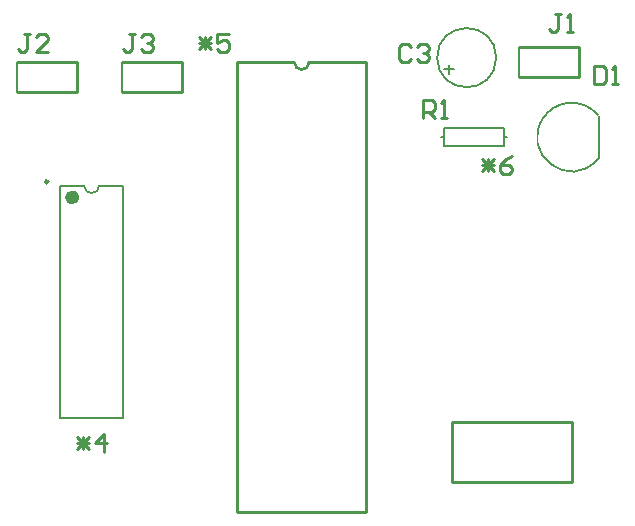
<source format=gto>
G04 Layer_Color=15132400*
%FSLAX25Y25*%
%MOIN*%
G70*
G01*
G75*
%ADD23C,0.00787*%
%ADD24C,0.01000*%
%ADD25C,0.00984*%
%ADD26C,0.02362*%
%ADD27C,0.00800*%
D23*
X378771Y387309D02*
G03*
X360276Y385984I-8771J-7309D01*
G01*
X360672Y386584D02*
G03*
X378813Y372742I9328J-6584D01*
G01*
X344843Y406437D02*
G03*
X344843Y406437I-9843J0D01*
G01*
X207500Y363779D02*
G03*
X212500Y363779I2500J0D01*
G01*
X379000Y373000D02*
Y387000D01*
X185000Y395079D02*
Y404921D01*
X220000Y395079D02*
Y404921D01*
X329095Y400925D02*
Y404075D01*
X327520Y402500D02*
X330669D01*
X352500Y400079D02*
Y409921D01*
X199567Y286221D02*
Y363779D01*
X220433Y286221D02*
Y363779D01*
X199567D02*
X207500D01*
X212500D02*
X220433D01*
X199567Y286221D02*
X220433D01*
D24*
X277500Y405000D02*
G03*
X282500Y405000I2500J0D01*
G01*
X370000Y265000D02*
Y285000D01*
X330000D02*
X370000D01*
X330000Y265000D02*
Y285000D01*
Y265000D02*
X370000D01*
X258500Y255000D02*
Y405000D01*
Y255000D02*
X301500D01*
Y405000D01*
X282500D02*
X301500D01*
X258500D02*
X277500D01*
X185000Y404921D02*
X204921D01*
X205000Y404843D01*
Y395000D02*
Y404843D01*
X204921Y395079D02*
X205000Y395000D01*
X185079D02*
X205000D01*
X185000Y395079D02*
X185079Y395000D01*
X220000Y404921D02*
X239921D01*
X240000Y404843D01*
Y395000D02*
Y404843D01*
X239921Y395079D02*
X240000Y395000D01*
X220079D02*
X240000D01*
X220000Y395079D02*
X220079Y395000D01*
X352500Y409921D02*
X372421D01*
X372500Y409842D01*
Y400000D02*
Y409842D01*
X372421Y400079D02*
X372500Y400000D01*
X352579D02*
X372500D01*
X352500Y400079D02*
X352579Y400000D01*
X377500Y403498D02*
Y397500D01*
X380499D01*
X381499Y398500D01*
Y402498D01*
X380499Y403498D01*
X377500D01*
X383498Y397500D02*
X385497D01*
X384498D01*
Y403498D01*
X383498Y402498D01*
X340000Y372498D02*
X343999Y368500D01*
X340000D02*
X343999Y372498D01*
X340000Y370499D02*
X343999D01*
X341999Y368500D02*
Y372498D01*
X349997Y373498D02*
X347997Y372498D01*
X345998Y370499D01*
Y368500D01*
X346998Y367500D01*
X348997D01*
X349997Y368500D01*
Y369499D01*
X348997Y370499D01*
X345998D01*
X320400Y386400D02*
Y392398D01*
X323399D01*
X324399Y391398D01*
Y389399D01*
X323399Y388399D01*
X320400D01*
X322399D02*
X324399Y386400D01*
X326398D02*
X328397D01*
X327398D01*
Y392398D01*
X326398Y391398D01*
X205000Y279998D02*
X208999Y276000D01*
X205000D02*
X208999Y279998D01*
X205000Y277999D02*
X208999D01*
X206999Y276000D02*
Y279998D01*
X213997Y275000D02*
Y280998D01*
X210998Y277999D01*
X214997D01*
X245650Y413448D02*
X249649Y409450D01*
X245650D02*
X249649Y413448D01*
X245650Y411449D02*
X249649D01*
X247649Y409450D02*
Y413448D01*
X255647Y414448D02*
X251648D01*
Y411449D01*
X253647Y412449D01*
X254647D01*
X255647Y411449D01*
Y409450D01*
X254647Y408450D01*
X252648D01*
X251648Y409450D01*
X316499Y409998D02*
X315499Y410998D01*
X313500D01*
X312500Y409998D01*
Y406000D01*
X313500Y405000D01*
X315499D01*
X316499Y406000D01*
X318498Y409998D02*
X319498Y410998D01*
X321497D01*
X322497Y409998D01*
Y408999D01*
X321497Y407999D01*
X320497D01*
X321497D01*
X322497Y406999D01*
Y406000D01*
X321497Y405000D01*
X319498D01*
X318498Y406000D01*
X366499Y420998D02*
X364499D01*
X365499D01*
Y416000D01*
X364499Y415000D01*
X363500D01*
X362500Y416000D01*
X368498Y415000D02*
X370497D01*
X369498D01*
Y420998D01*
X368498Y419998D01*
X189499Y414398D02*
X187499D01*
X188499D01*
Y409400D01*
X187499Y408400D01*
X186500D01*
X185500Y409400D01*
X195497Y408400D02*
X191498D01*
X195497Y412399D01*
Y413398D01*
X194497Y414398D01*
X192498D01*
X191498Y413398D01*
X224499Y414398D02*
X222499D01*
X223499D01*
Y409400D01*
X222499Y408400D01*
X221500D01*
X220500Y409400D01*
X226498Y413398D02*
X227498Y414398D01*
X229497D01*
X230497Y413398D01*
Y412399D01*
X229497Y411399D01*
X228497D01*
X229497D01*
X230497Y410399D01*
Y409400D01*
X229497Y408400D01*
X227498D01*
X226498Y409400D01*
D25*
X195492Y365118D02*
G03*
X195492Y365118I-492J0D01*
G01*
D26*
X204685Y359842D02*
G03*
X204685Y359842I-1181J0D01*
G01*
D27*
X326500Y380000D02*
X327500D01*
X347500D02*
X348500D01*
X327500D02*
Y383000D01*
Y377000D02*
Y380000D01*
Y377000D02*
X347500D01*
Y380000D01*
Y383000D01*
X327500D02*
X347500D01*
M02*

</source>
